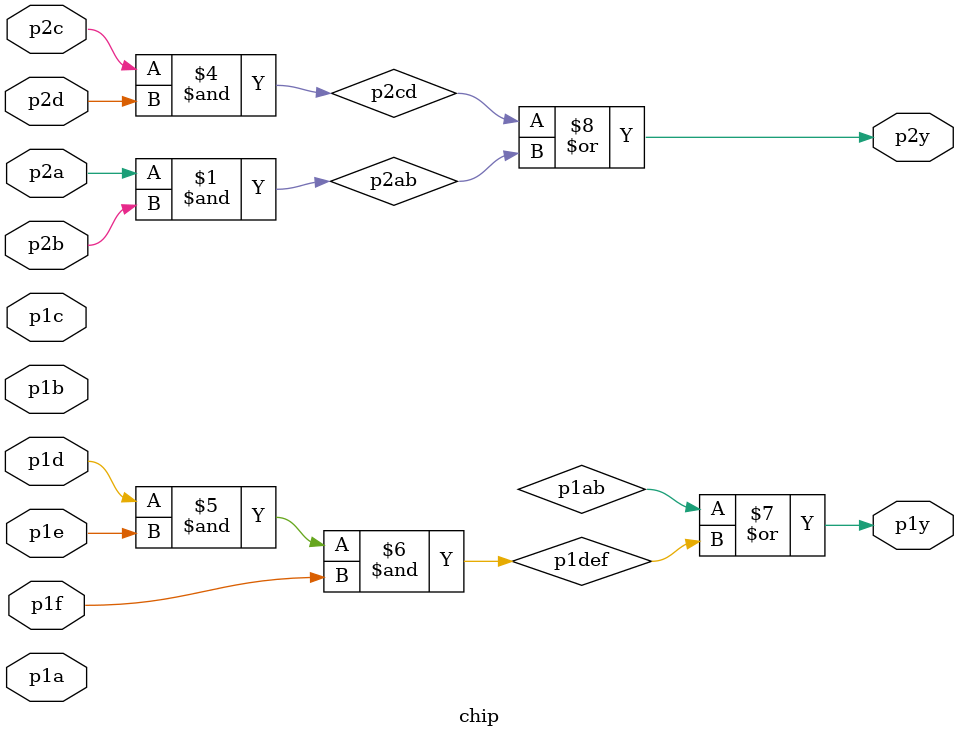
<source format=v>
module chip (
 input wire p1a,p1b,p1c,p1d,p1e,p1f,p2a,p2b,p2c,p2d,
 
 output wire p1y,p2y
);
  wire p2ab=p2a & p2b;
  wire p1abc= p1a & p1b & p1c;
  wire p2cd= p2c & p2d;
  wire p1def = p1d & p1e & p1f;
  
  assign p1y = p1ab | p1def;
  assign p2y = p2cd | p2ab;
  
  
  
endmodule


</source>
